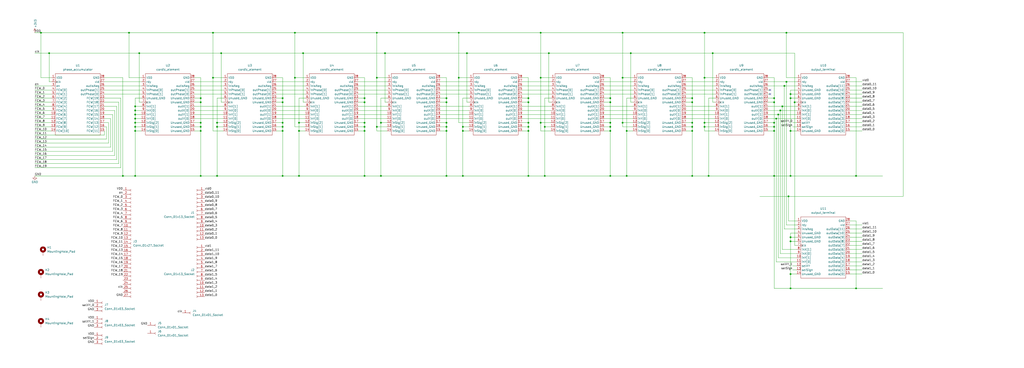
<source format=kicad_sch>
(kicad_sch (version 20250114) (generator "eeschema") (generator_version "9.0")
  (paper "User" 635 228.6)
  (lib_symbols
    (symbol "Connector:Conn_01x01_Socket" (pin_names (offset 1.016) (hide yes))
      (property "Reference" "J" (at 0 2.54 0))
      (property "Value" "Conn_01x01_Socket" (at 0 -2.54 0))
      (symbol "Conn_01x01_Socket_1_1"
        (pin passive line (at -5.08 0 0) (length 3.81) (name "Pin_1") (number "1"))
      )
    )
    (symbol "Connector:Conn_01x03_Socket" (pin_names (offset 1.016) (hide yes))
      (property "Reference" "J" (at 0 5.08 0))
      (property "Value" "Conn_01x03_Socket" (at 0 -5.08 0))
      (symbol "Conn_01x03_Socket_1_1"
        (pin passive line (at -5.08 2.54 0) (length 3.81) (name "Pin_1") (number "1"))
        (pin passive line (at -5.08 0 0) (length 3.81) (name "Pin_2") (number "2"))
        (pin passive line (at -5.08 -2.54 0) (length 3.81) (name "Pin_3") (number "3"))
      )
    )
    (symbol "Connector:Conn_01x13_Socket" (pin_names (offset 1.016) (hide yes))
      (property "Reference" "J" (at 0 17.78 0))
      (property "Value" "Conn_01x13_Socket" (at 0 -17.78 0))
      (symbol "Conn_01x13_Socket_1_1"
        (pin passive line (at -5.08 15.24 0) (length 3.81) (name "Pin_1") (number "1"))
        (pin passive line (at -5.08 12.7 0) (length 3.81) (name "Pin_2") (number "2"))
        (pin passive line (at -5.08 10.16 0) (length 3.81) (name "Pin_3") (number "3"))
        (pin passive line (at -5.08 7.62 0) (length 3.81) (name "Pin_4") (number "4"))
        (pin passive line (at -5.08 5.08 0) (length 3.81) (name "Pin_5") (number "5"))
        (pin passive line (at -5.08 2.54 0) (length 3.81) (name "Pin_6") (number "6"))
        (pin passive line (at -5.08 0 0) (length 3.81) (name "Pin_7") (number "7"))
        (pin passive line (at -5.08 -2.54 0) (length 3.81) (name "Pin_8") (number "8"))
        (pin passive line (at -5.08 -5.08 0) (length 3.81) (name "Pin_9") (number "9"))
        (pin passive line (at -5.08 -7.62 0) (length 3.81) (name "Pin_10") (number "10"))
        (pin passive line (at -5.08 -10.16 0) (length 3.81) (name "Pin_11") (number "11"))
        (pin passive line (at -5.08 -12.7 0) (length 3.81) (name "Pin_12") (number "12"))
        (pin passive line (at -5.08 -15.24 0) (length 3.81) (name "Pin_13") (number "13"))
      )
    )
    (symbol "Connector:Conn_01x27_Socket" (pin_names (offset 1.016) (hide yes))
      (property "Reference" "J" (at 0 35.56 0))
      (property "Value" "Conn_01x27_Socket" (at 0 -35.56 0))
      (symbol "Conn_01x27_Socket_1_1"
        (pin passive line (at -5.08 33.02 0) (length 3.81) (name "Pin_1") (number "1"))
        (pin passive line (at -5.08 30.48 0) (length 3.81) (name "Pin_2") (number "2"))
        (pin passive line (at -5.08 27.94 0) (length 3.81) (name "Pin_3") (number "3"))
        (pin passive line (at -5.08 25.4 0) (length 3.81) (name "Pin_4") (number "4"))
        (pin passive line (at -5.08 22.86 0) (length 3.81) (name "Pin_5") (number "5"))
        (pin passive line (at -5.08 20.32 0) (length 3.81) (name "Pin_6") (number "6"))
        (pin passive line (at -5.08 17.78 0) (length 3.81) (name "Pin_7") (number "7"))
        (pin passive line (at -5.08 15.24 0) (length 3.81) (name "Pin_8") (number "8"))
        (pin passive line (at -5.08 12.7 0) (length 3.81) (name "Pin_9") (number "9"))
        (pin passive line (at -5.08 10.16 0) (length 3.81) (name "Pin_10") (number "10"))
        (pin passive line (at -5.08 7.62 0) (length 3.81) (name "Pin_11") (number "11"))
        (pin passive line (at -5.08 5.08 0) (length 3.81) (name "Pin_12") (number "12"))
        (pin passive line (at -5.08 2.54 0) (length 3.81) (name "Pin_13") (number "13"))
        (pin passive line (at -5.08 0 0) (length 3.81) (name "Pin_14") (number "14"))
        (pin passive line (at -5.08 -2.54 0) (length 3.81) (name "Pin_15") (number "15"))
        (pin passive line (at -5.08 -5.08 0) (length 3.81) (name "Pin_16") (number "16"))
        (pin passive line (at -5.08 -7.62 0) (length 3.81) (name "Pin_17") (number "17"))
        (pin passive line (at -5.08 -10.16 0) (length 3.81) (name "Pin_18") (number "18"))
        (pin passive line (at -5.08 -12.7 0) (length 3.81) (name "Pin_19") (number "19"))
        (pin passive line (at -5.08 -15.24 0) (length 3.81) (name "Pin_20") (number "20"))
        (pin passive line (at -5.08 -17.78 0) (length 3.81) (name "Pin_21") (number "21"))
        (pin passive line (at -5.08 -20.32 0) (length 3.81) (name "Pin_22") (number "22"))
        (pin passive line (at -5.08 -22.86 0) (length 3.81) (name "Pin_23") (number "23"))
        (pin passive line (at -5.08 -25.4 0) (length 3.81) (name "Pin_24") (number "24"))
        (pin passive line (at -5.08 -27.94 0) (length 3.81) (name "Pin_25") (number "25"))
        (pin passive line (at -5.08 -30.48 0) (length 3.81) (name "Pin_26") (number "26"))
        (pin passive line (at -5.08 -33.02 0) (length 3.81) (name "Pin_27") (number "27"))
      )
    )
    (symbol "Mechanical:MountingHole_Pad" (pin_numbers (hide yes)) (pin_names (offset 1.016) (hide yes)) (in_bom no)
      (property "Reference" "H" (at 0 6.35 0))
      (property "Value" "MountingHole_Pad" (at 0 4.445 0))
      (symbol "MountingHole_Pad_1_1"
        (pin input line (at 0 -2.54 90) (length 2.54) (name "1") (number "1"))
      )
    )
    (symbol "power:+3V3" (power) (pin_names (offset 0))
      (property "Value" "+3V3" (at 0 3.556 0))
      (symbol "+3V3_1_1"
        (pin power_in line (at 0 0 90) (length 0) (hide yes) (name "+3V3") (number "1"))
      )
    )
    (symbol "power:GND" (power) (pin_names (offset 0))
      (property "Value" "GND" (at 0 -3.81 0))
      (symbol "GND_1_1"
        (pin power_in line (at 0 0 270) (length 0) (hide yes) (name "GND") (number "1"))
      )
    )
    (symbol "user_mychip25y1st_nco_sub1:NCO_Sub1"
      (property "Reference" "U" (at 0 22.86 0))
      (property "Value" "phase_accumulator" (at 0 20.32 0))
      (symbol "NCO_Sub1_1_1"
        (pin power_in line (at -16.51 16.51 0) (length 2.54) (name "VDD") (number "1"))
        (pin input clock (at -16.51 13.97 0) (length 2.54) (name "clk") (number "2"))
        (pin input line (at -16.51 11.43 0) (length 2.54) (name "en") (number "3"))
        (pin input line (at -16.51 8.89 0) (length 2.54) (name "FCW[0]") (number "4"))
        (pin input line (at -16.51 6.35 0) (length 2.54) (name "FCW[1]") (number "5"))
        (pin input line (at -16.51 3.81 0) (length 2.54) (name "FCW[2]") (number "6"))
        (pin input line (at -16.51 1.27 0) (length 2.54) (name "FCW[3]") (number "7"))
        (pin input line (at -16.51 -1.27 0) (length 2.54) (name "FCW[4]") (number "8"))
        (pin input line (at -16.51 -3.81 0) (length 2.54) (name "FCW[5]") (number "9"))
        (pin input line (at -16.51 -6.35 0) (length 2.54) (name "FCW[6]") (number "10"))
        (pin input line (at -16.51 -8.89 0) (length 2.54) (name "FCW[7]") (number "11"))
        (pin input line (at -16.51 -11.43 0) (length 2.54) (name "FCW[8]") (number "12"))
        (pin input line (at -16.51 -13.97 0) (length 2.54) (name "FCW[9]") (number "13"))
        (pin input line (at -16.51 -16.51 0) (length 2.54) (name "FCW[10]") (number "14"))
        (pin power_in line (at 16.51 16.51 180) (length 2.54) (name "GND") (number "28"))
        (pin output line (at 16.51 13.97 180) (length 2.54) (name "vld") (number "27"))
        (pin output line (at 16.51 11.43 180) (length 2.54) (name "outIsNeg") (number "26"))
        (pin output line (at 16.51 8.89 180) (length 2.54) (name "outPhase[1]") (number "25"))
        (pin output line (at 16.51 6.35 180) (length 2.54) (name "outPhase[0]") (number "24"))
        (pin input line (at 16.51 3.81 180) (length 2.54) (name "FCW[19]") (number "23"))
        (pin input line (at 16.51 1.27 180) (length 2.54) (name "FCW[18]") (number "22"))
        (pin input line (at 16.51 -1.27 180) (length 2.54) (name "FCW[17]") (number "21"))
        (pin input line (at 16.51 -3.81 180) (length 2.54) (name "FCW[16]") (number "20"))
        (pin input line (at 16.51 -6.35 180) (length 2.54) (name "FCW[15]") (number "19"))
        (pin input line (at 16.51 -8.89 180) (length 2.54) (name "FCW[14]") (number "18"))
        (pin input line (at 16.51 -11.43 180) (length 2.54) (name "FCW[13]") (number "17"))
        (pin input line (at 16.51 -13.97 180) (length 2.54) (name "FCW[12]") (number "16"))
        (pin input line (at 16.51 -16.51 180) (length 2.54) (name "FCW[11]") (number "15"))
      )
    )
    (symbol "user_mychip25y1st_nco_sub2:NCO_Sub2"
      (property "Reference" "U" (at 0 21.59 0))
      (property "Value" "cordic_element" (at 0 19.05 0))
      (symbol "NCO_Sub2_1_1"
        (pin power_in line (at -16.51 15.24 0) (length 2.54) (name "VDD") (number "1"))
        (pin input line (at -16.51 12.7 0) (length 2.54) (name "rdy") (number "2"))
        (pin input line (at -16.51 10.16 0) (length 2.54) (name "inIsNeg") (number "3"))
        (pin input line (at -16.51 7.62 0) (length 2.54) (name "inPhase[0]") (number "4"))
        (pin input line (at -16.51 5.08 0) (length 2.54) (name "inPhase[1]") (number "5"))
        (pin input line (at -16.51 2.54 0) (length 2.54) (name "Unused_GND") (number "6"))
        (pin input clock (at -16.51 0 0) (length 2.54) (name "clk") (number "7"))
        (pin input line (at -16.51 -2.54 0) (length 2.54) (name "inX[1]") (number "8"))
        (pin input line (at -16.51 -5.08 0) (length 2.54) (name "inX[0]") (number "9"))
        (pin input line (at -16.51 -7.62 0) (length 2.54) (name "inY[1]") (number "10"))
        (pin input line (at -16.51 -10.16 0) (length 2.54) (name "inY[0]") (number "11"))
        (pin input line (at -16.51 -12.7 0) (length 2.54) (name "inStg[2]") (number "12"))
        (pin input line (at -16.51 -15.24 0) (length 2.54) (name "inStg[1]") (number "13"))
        (pin input line (at -16.51 -17.78 0) (length 2.54) (name "inStg[0]") (number "14"))
        (pin power_in line (at 16.51 15.24 180) (length 2.54) (name "GND") (number "28"))
        (pin output line (at 16.51 12.7 180) (length 2.54) (name "vld") (number "27"))
        (pin output line (at 16.51 10.16 180) (length 2.54) (name "outIsNeg") (number "26"))
        (pin output line (at 16.51 7.62 180) (length 2.54) (name "outPhase[1]") (number "25"))
        (pin output line (at 16.51 5.08 180) (length 2.54) (name "outPhase[0]") (number "24"))
        (pin input line (at 16.51 2.54 180) (length 2.54) (name "Unused_GND") (number "23"))
        (pin input line (at 16.51 0 180) (length 2.54) (name "Unused_GND") (number "22"))
        (pin output line (at 16.51 -2.54 180) (length 2.54) (name "outX[1]") (number "21"))
        (pin output line (at 16.51 -5.08 180) (length 2.54) (name "outX[0]") (number "20"))
        (pin output line (at 16.51 -7.62 180) (length 2.54) (name "outY[1]") (number "19"))
        (pin output line (at 16.51 -10.16 180) (length 2.54) (name "outY[0]") (number "18"))
        (pin input line (at 16.51 -12.7 180) (length 2.54) (name "Unused_GND") (number "17"))
        (pin input line (at 16.51 -15.24 180) (length 2.54) (name "Unused_GND") (number "16"))
        (pin input line (at 16.51 -17.78 180) (length 2.54) (name "Unused_GND") (number "15"))
      )
    )
    (symbol "user_mychip25y1st_nco_sub3:NCO_Sub3"
      (property "Reference" "U" (at 0 21.59 0))
      (property "Value" "output_terminal" (at 0 19.05 0))
      (symbol "NCO_Sub3_1_1"
        (pin power_in line (at -16.51 15.24 0) (length 2.54) (name "VDD") (number "1"))
        (pin input line (at -16.51 12.7 0) (length 2.54) (name "rdy") (number "2"))
        (pin input line (at -16.51 10.16 0) (length 2.54) (name "inIsNeg") (number "3"))
        (pin input line (at -16.51 7.62 0) (length 2.54) (name "Unused_GND") (number "4"))
        (pin input line (at -16.51 5.08 0) (length 2.54) (name "Unused_GND") (number "5"))
        (pin input line (at -16.51 2.54 0) (length 2.54) (name "Unused_GND") (number "6"))
        (pin input clock (at -16.51 0 0) (length 2.54) (name "clk") (number "7"))
        (pin input line (at -16.51 -2.54 0) (length 2.54) (name "inX[1]") (number "8"))
        (pin input line (at -16.51 -5.08 0) (length 2.54) (name "inX[0]") (number "9"))
        (pin input line (at -16.51 -7.62 0) (length 2.54) (name "inY[1]") (number "10"))
        (pin input line (at -16.51 -10.16 0) (length 2.54) (name "inY[0]") (number "11"))
        (pin input line (at -16.51 -12.7 0) (length 2.54) (name "selXY") (number "12"))
        (pin input line (at -16.51 -15.24 0) (length 2.54) (name "selSign") (number "13"))
        (pin input line (at -16.51 -17.78 0) (length 2.54) (name "Unused_GND") (number "14"))
        (pin power_in line (at 16.51 15.24 180) (length 2.54) (name "GND") (number "28"))
        (pin output line (at 16.51 12.7 180) (length 2.54) (name "vld") (number "27"))
        (pin output line (at 16.51 10.16 180) (length 2.54) (name "outData[11]") (number "26"))
        (pin output line (at 16.51 7.62 180) (length 2.54) (name "outData[10]") (number "25"))
        (pin output line (at 16.51 5.08 180) (length 2.54) (name "outData[9]") (number "24"))
        (pin output line (at 16.51 2.54 180) (length 2.54) (name "outData[8]") (number "23"))
        (pin output line (at 16.51 0 180) (length 2.54) (name "outData[7]") (number "22"))
        (pin output line (at 16.51 -2.54 180) (length 2.54) (name "outData[6]") (number "21"))
        (pin output line (at 16.51 -5.08 180) (length 2.54) (name "outData[5]") (number "20"))
        (pin output line (at 16.51 -7.62 180) (length 2.54) (name "outData[4]") (number "19"))
        (pin output line (at 16.51 -10.16 180) (length 2.54) (name "outData[3]") (number "18"))
        (pin output line (at 16.51 -12.7 180) (length 2.54) (name "outData[2]") (number "17"))
        (pin output line (at 16.51 -15.24 180) (length 2.54) (name "outData[1]") (number "16"))
        (pin output line (at 16.51 -17.78 180) (length 2.54) (name "outData[0]") (number "15"))
      )
    )
  )
  (junction (at 287.02 78.74))
  (junction (at 490.22 170.18))
  (junction (at 386.08 76.2))
  (junction (at 480.06 76.2))
  (junction (at 337.82 78.74))
  (junction (at 226.06 78.74))
  (junction (at 436.88 48.26))
  (junction (at 124.46 76.2))
  (junction (at 388.62 81.28))
  (junction (at 429.26 76.2))
  (junction (at 429.26 81.28))
  (junction (at 134.62 76.2))
  (junction (at 429.26 109.22))
  (junction (at 276.86 76.2))
  (junction (at 276.86 63.5))
  (junction (at 236.22 109.22))
  (junction (at 83.82 71.12))
  (junction (at 226.06 81.28))
  (junction (at 236.22 76.2))
  (junction (at 30.48 33.02))
  (junction (at 83.82 109.22))
  (junction (at 276.86 60.96))
  (junction (at 132.08 20.32))
  (junction (at 175.26 60.96))
  (junction (at 378.46 78.74))
  (junction (at 80.01 20.32))
  (junction (at 276.86 109.22))
  (junction (at 86.36 33.02))
  (junction (at 175.26 78.74))
  (junction (at 226.06 76.2))
  (junction (at 429.26 60.96))
  (junction (at 490.22 60.96))
  (junction (at 327.66 81.28))
  (junction (at 137.16 33.02))
  (junction (at 327.66 60.96))
  (junction (at 386.08 20.32))
  (junction (at 134.62 78.74))
  (junction (at 340.36 33.02))
  (junction (at 182.88 48.26))
  (junction (at 284.48 48.26))
  (junction (at 436.88 76.2))
  (junction (at 429.26 78.74))
  (junction (at 25.4 20.32))
  (junction (at 391.16 33.02))
  (junction (at 124.46 109.22))
  (junction (at 337.82 109.22))
  (junction (at 83.82 81.28))
  (junction (at 480.06 63.5))
  (junction (at 388.62 109.22))
  (junction (at 83.82 78.74))
  (junction (at 441.96 33.02))
  (junction (at 429.26 63.5))
  (junction (at 492.76 63.5))
  (junction (at 386.08 48.26))
  (junction (at 287.02 109.22))
  (junction (at 226.06 109.22))
  (junction (at 124.46 78.74))
  (junction (at 185.42 76.2))
  (junction (at 233.68 48.26))
  (junction (at 233.68 20.32))
  (junction (at 487.68 20.32))
  (junction (at 124.46 63.5))
  (junction (at 185.42 109.22))
  (junction (at 182.88 20.32))
  (junction (at 436.88 20.32))
  (junction (at 480.06 60.96))
  (junction (at 480.06 78.74))
  (junction (at 486.41 53.34))
  (junction (at 530.86 179.07))
  (junction (at 124.46 81.28))
  (junction (at 490.22 179.07))
  (junction (at 226.06 60.96))
  (junction (at 284.48 20.32))
  (junction (at 327.66 63.5))
  (junction (at 490.22 58.42))
  (junction (at 378.46 76.2))
  (junction (at 378.46 63.5))
  (junction (at 289.56 33.02))
  (junction (at 175.26 76.2))
  (junction (at 83.82 66.04))
  (junction (at 226.06 63.5))
  (junction (at 335.28 76.2))
  (junction (at 378.46 109.22))
  (junction (at 175.26 109.22))
  (junction (at 436.88 78.74))
  (junction (at 487.68 50.8))
  (junction (at 185.42 81.28))
  (junction (at 482.6 71.12))
  (junction (at 335.28 48.26))
  (junction (at 378.46 81.28))
  (junction (at 276.86 81.28))
  (junction (at 488.95 121.92))
  (junction (at 132.08 48.26))
  (junction (at 480.06 81.28))
  (junction (at 175.26 63.5))
  (junction (at 530.86 109.22))
  (junction (at 175.26 81.28))
  (junction (at 76.2 109.22))
  (junction (at 480.06 109.22))
  (junction (at 335.28 20.32))
  (junction (at 490.22 81.28))
  (junction (at 327.66 78.74))
  (junction (at 124.46 60.96))
  (junction (at 483.87 68.58))
  (junction (at 233.68 78.74))
  (junction (at 83.82 68.58))
  (junction (at 327.66 76.2))
  (junction (at 83.82 76.2))
  (junction (at 485.14 66.04))
  (junction (at 187.96 33.02))
  (junction (at 287.02 81.28))
  (junction (at 83.82 73.66))
  (junction (at 490.22 109.22))
  (junction (at 481.33 73.66))
  (junction (at 276.86 78.74))
  (junction (at 134.62 109.22))
  (junction (at 238.76 33.02))
  (junction (at 439.42 109.22))
  (junction (at 490.22 149.86))
  (junction (at 490.22 147.32))
  (junction (at 327.66 109.22))
  (junction (at 378.46 60.96))
  (no_connect (at 477.52 55.88))
  (no_connect (at 477.52 58.42))
  (wire (pts (xy 386.08 48.26) (xy 386.08 20.32)))
  (wire (pts (xy 86.36 33.02) (xy 137.16 33.02)))
  (wire (pts (xy 226.06 63.5) (xy 226.06 76.2)))
  (wire (pts (xy 335.28 48.26) (xy 335.28 76.2)))
  (wire (pts (xy 273.05 68.58) (xy 290.83 68.58)))
  (wire (pts (xy 425.45 66.04) (xy 443.23 66.04)))
  (wire (pts (xy 222.25 55.88) (xy 240.03 55.88)))
  (wire (pts (xy 429.26 76.2) (xy 429.26 78.74)))
  (wire (pts (xy 481.33 73.66) (xy 494.03 73.66)))
  (wire (pts (xy 374.65 48.26) (xy 378.46 48.26)))
  (wire (pts (xy 67.31 76.2) (xy 64.77 76.2)))
  (wire (pts (xy 441.96 63.5) (xy 443.23 63.5)))
  (wire (pts (xy 287.02 60.96) (xy 287.02 78.74)))
  (wire (pts (xy 436.88 78.74) (xy 443.23 78.74)))
  (wire (pts (xy 83.82 73.66) (xy 83.82 76.2)))
  (wire (pts (xy 21.59 81.28) (xy 31.75 81.28)))
  (wire (pts (xy 527.05 137.16) (xy 530.86 137.16)))
  (wire (pts (xy 527.05 76.2) (xy 534.67 76.2)))
  (wire (pts (xy 171.45 58.42) (xy 189.23 58.42)))
  (wire (pts (xy 378.46 48.26) (xy 378.46 60.96)))
  (wire (pts (xy 341.63 81.28) (xy 335.28 81.28)))
  (wire (pts (xy 273.05 50.8) (xy 290.83 50.8)))
  (wire (pts (xy 83.82 60.96) (xy 83.82 66.04)))
  (wire (pts (xy 226.06 60.96) (xy 226.06 63.5)))
  (wire (pts (xy 490.22 147.32) (xy 490.22 149.86)))
  (wire (pts (xy 134.62 78.74) (xy 138.43 78.74)))
  (wire (pts (xy 340.36 63.5) (xy 340.36 33.02)))
  (wire (pts (xy 287.02 81.28) (xy 287.02 109.22)))
  (wire (pts (xy 480.06 60.96) (xy 480.06 63.5)))
  (wire (pts (xy 491.49 78.74) (xy 494.03 78.74)))
  (wire (pts (xy 187.96 63.5) (xy 187.96 33.02)))
  (wire (pts (xy 494.03 139.7) (xy 487.68 139.7)))
  (wire (pts (xy 441.96 33.02) (xy 492.76 33.02)))
  (wire (pts (xy 233.68 48.26) (xy 233.68 20.32)))
  (wire (pts (xy 175.26 78.74) (xy 175.26 81.28)))
  (wire (pts (xy 386.08 76.2) (xy 392.43 76.2)))
  (wire (pts (xy 527.05 53.34) (xy 534.67 53.34)))
  (wire (pts (xy 171.45 71.12) (xy 189.23 71.12)))
  (wire (pts (xy 21.59 96.52) (xy 71.12 96.52)))
  (wire (pts (xy 87.63 76.2) (xy 83.82 76.2)))
  (wire (pts (xy 137.16 33.02) (xy 187.96 33.02)))
  (wire (pts (xy 83.82 76.2) (xy 83.82 78.74)))
  (wire (pts (xy 290.83 60.96) (xy 287.02 60.96)))
  (wire (pts (xy 530.86 48.26) (xy 530.86 109.22)))
  (wire (pts (xy 171.45 48.26) (xy 175.26 48.26)))
  (wire (pts (xy 527.05 157.48) (xy 534.67 157.48)))
  (wire (pts (xy 137.16 63.5) (xy 137.16 33.02)))
  (wire (pts (xy 120.65 50.8) (xy 138.43 50.8)))
  (wire (pts (xy 490.22 109.22) (xy 530.86 109.22)))
  (wire (pts (xy 323.85 55.88) (xy 341.63 55.88)))
  (wire (pts (xy 340.36 63.5) (xy 341.63 63.5)))
  (wire (pts (xy 490.22 144.78) (xy 490.22 147.32)))
  (wire (pts (xy 425.45 71.12) (xy 443.23 71.12)))
  (wire (pts (xy 527.05 55.88) (xy 534.67 55.88)))
  (wire (pts (xy 273.05 63.5) (xy 276.86 63.5)))
  (wire (pts (xy 391.16 33.02) (xy 441.96 33.02)))
  (wire (pts (xy 436.88 48.26) (xy 436.88 20.32)))
  (wire (pts (xy 486.41 53.34) (xy 494.03 53.34)))
  (wire (pts (xy 273.05 53.34) (xy 290.83 53.34)))
  (wire (pts (xy 494.03 144.78) (xy 490.22 144.78)))
  (wire (pts (xy 327.66 60.96) (xy 327.66 63.5)))
  (wire (pts (xy 527.05 152.4) (xy 534.67 152.4)))
  (wire (pts (xy 21.59 104.14) (xy 74.93 104.14)))
  (wire (pts (xy 72.39 66.04) (xy 72.39 99.06)))
  (wire (pts (xy 378.46 60.96) (xy 378.46 63.5)))
  (wire (pts (xy 83.82 71.12) (xy 83.82 73.66)))
  (wire (pts (xy 527.05 73.66) (xy 534.67 73.66)))
  (wire (pts (xy 83.82 78.74) (xy 87.63 78.74)))
  (wire (pts (xy 527.05 63.5) (xy 534.67 63.5)))
  (wire (pts (xy 323.85 50.8) (xy 341.63 50.8)))
  (wire (pts (xy 494.03 160.02) (xy 482.6 160.02)))
  (wire (pts (xy 30.48 33.02) (xy 86.36 33.02)))
  (wire (pts (xy 490.22 60.96) (xy 490.22 81.28)))
  (wire (pts (xy 487.68 48.26) (xy 487.68 20.32)))
  (wire (pts (xy 490.22 55.88) (xy 490.22 58.42)))
  (wire (pts (xy 236.22 76.2) (xy 236.22 109.22)))
  (wire (pts (xy 64.77 66.04) (xy 72.39 66.04)))
  (wire (pts (xy 21.59 71.12) (xy 31.75 71.12)))
  (wire (pts (xy 425.45 60.96) (xy 429.26 60.96)))
  (wire (pts (xy 30.48 50.8) (xy 31.75 50.8)))
  (wire (pts (xy 527.05 139.7) (xy 534.67 139.7)))
  (wire (pts (xy 436.88 76.2) (xy 436.88 48.26)))
  (wire (pts (xy 290.83 48.26) (xy 284.48 48.26)))
  (wire (pts (xy 476.25 53.34) (xy 486.41 53.34)))
  (wire (pts (xy 25.4 48.26) (xy 25.4 20.32)))
  (wire (pts (xy 71.12 68.58) (xy 71.12 96.52)))
  (wire (pts (xy 483.87 68.58) (xy 483.87 157.48)))
  (wire (pts (xy 134.62 60.96) (xy 134.62 76.2)))
  (wire (pts (xy 476.25 60.96) (xy 480.06 60.96)))
  (wire (pts (xy 222.25 71.12) (xy 240.03 71.12)))
  (wire (pts (xy 134.62 78.74) (xy 134.62 109.22)))
  (wire (pts (xy 120.65 48.26) (xy 124.46 48.26)))
  (wire (pts (xy 487.68 50.8) (xy 494.03 50.8)))
  (wire (pts (xy 21.59 66.04) (xy 31.75 66.04)))
  (wire (pts (xy 69.85 71.12) (xy 69.85 93.98)))
  (wire (pts (xy 289.56 33.02) (xy 340.36 33.02)))
  (wire (pts (xy 527.05 160.02) (xy 534.67 160.02)))
  (wire (pts (xy 171.45 63.5) (xy 175.26 63.5)))
  (wire (pts (xy 485.14 66.04) (xy 485.14 154.94)))
  (wire (pts (xy 222.25 48.26) (xy 226.06 48.26)))
  (wire (pts (xy 64.77 63.5) (xy 73.66 63.5)))
  (wire (pts (xy 64.77 58.42) (xy 87.63 58.42)))
  (wire (pts (xy 560.07 121.92) (xy 560.07 20.32)))
  (wire (pts (xy 476.25 73.66) (xy 481.33 73.66)))
  (wire (pts (xy 222.25 76.2) (xy 226.06 76.2)))
  (wire (pts (xy 527.05 154.94) (xy 534.67 154.94)))
  (wire (pts (xy 327.66 78.74) (xy 327.66 81.28)))
  (wire (pts (xy 527.05 162.56) (xy 534.67 162.56)))
  (wire (pts (xy 138.43 60.96) (xy 134.62 60.96)))
  (wire (pts (xy 443.23 60.96) (xy 439.42 60.96)))
  (wire (pts (xy 425.45 68.58) (xy 443.23 68.58)))
  (wire (pts (xy 238.76 63.5) (xy 240.03 63.5)))
  (wire (pts (xy 138.43 48.26) (xy 132.08 48.26)))
  (wire (pts (xy 323.85 68.58) (xy 341.63 68.58)))
  (wire (pts (xy 340.36 33.02) (xy 391.16 33.02)))
  (wire (pts (xy 87.63 60.96) (xy 83.82 60.96)))
  (wire (pts (xy 436.88 78.74) (xy 436.88 76.2)))
  (wire (pts (xy 425.45 48.26) (xy 429.26 48.26)))
  (wire (pts (xy 436.88 81.28) (xy 436.88 78.74)))
  (wire (pts (xy 175.26 109.22) (xy 185.42 109.22)))
  (wire (pts (xy 185.42 60.96) (xy 185.42 76.2)))
  (wire (pts (xy 527.05 142.24) (xy 534.67 142.24)))
  (wire (pts (xy 185.42 81.28) (xy 189.23 81.28)))
  (wire (pts (xy 137.16 63.5) (xy 138.43 63.5)))
  (wire (pts (xy 171.45 66.04) (xy 189.23 66.04)))
  (wire (pts (xy 487.68 20.32) (xy 560.07 20.32)))
  (wire (pts (xy 182.88 48.26) (xy 182.88 20.32)))
  (wire (pts (xy 425.45 76.2) (xy 429.26 76.2)))
  (wire (pts (xy 240.03 60.96) (xy 236.22 60.96)))
  (wire (pts (xy 490.22 149.86) (xy 490.22 170.18)))
  (wire (pts (xy 64.77 50.8) (xy 87.63 50.8)))
  (wire (pts (xy 425.45 73.66) (xy 443.23 73.66)))
  (wire (pts (xy 335.28 76.2) (xy 335.28 81.28)))
  (wire (pts (xy 273.05 81.28) (xy 276.86 81.28)))
  (wire (pts (xy 530.86 109.22) (xy 547.37 109.22)))
  (wire (pts (xy 323.85 48.26) (xy 327.66 48.26)))
  (wire (pts (xy 374.65 81.28) (xy 378.46 81.28)))
  (wire (pts (xy 273.05 78.74) (xy 276.86 78.74)))
  (wire (pts (xy 527.05 81.28) (xy 534.67 81.28)))
  (wire (pts (xy 494.03 142.24) (xy 486.41 142.24)))
  (wire (pts (xy 226.06 81.28) (xy 226.06 109.22)))
  (wire (pts (xy 222.25 63.5) (xy 226.06 63.5)))
  (wire (pts (xy 120.65 53.34) (xy 138.43 53.34)))
  (wire (pts (xy 134.62 76.2) (xy 134.62 78.74)))
  (wire (pts (xy 240.03 81.28) (xy 233.68 81.28)))
  (wire (pts (xy 378.46 76.2) (xy 378.46 78.74)))
  (wire (pts (xy 222.25 60.96) (xy 226.06 60.96)))
  (wire (pts (xy 64.77 60.96) (xy 74.93 60.96)))
  (wire (pts (xy 120.65 63.5) (xy 124.46 63.5)))
  (wire (pts (xy 374.65 60.96) (xy 378.46 60.96)))
  (wire (pts (xy 83.82 78.74) (xy 83.82 81.28)))
  (wire (pts (xy 494.03 48.26) (xy 487.68 48.26)))
  (wire (pts (xy 429.26 60.96) (xy 429.26 63.5)))
  (wire (pts (xy 287.02 109.22) (xy 327.66 109.22)))
  (wire (pts (xy 21.59 86.36) (xy 66.04 86.36)))
  (wire (pts (xy 21.59 101.6) (xy 73.66 101.6)))
  (wire (pts (xy 222.25 58.42) (xy 240.03 58.42)))
  (wire (pts (xy 276.86 81.28) (xy 276.86 109.22)))
  (wire (pts (xy 76.2 109.22) (xy 83.82 109.22)))
  (wire (pts (xy 287.02 78.74) (xy 287.02 81.28)))
  (wire (pts (xy 175.26 63.5) (xy 175.26 76.2)))
  (wire (pts (xy 21.59 88.9) (xy 67.31 88.9)))
  (wire (pts (xy 386.08 20.32) (xy 436.88 20.32)))
  (wire (pts (xy 494.03 137.16) (xy 488.95 137.16)))
  (wire (pts (xy 284.48 48.26) (xy 284.48 20.32)))
  (wire (pts (xy 120.65 71.12) (xy 138.43 71.12)))
  (wire (pts (xy 21.59 63.5) (xy 31.75 63.5)))
  (wire (pts (xy 527.05 167.64) (xy 534.67 167.64)))
  (wire (pts (xy 481.33 162.56) (xy 494.03 162.56)))
  (wire (pts (xy 120.65 81.28) (xy 124.46 81.28)))
  (wire (pts (xy 64.77 73.66) (xy 68.58 73.66)))
  (wire (pts (xy 480.06 179.07) (xy 490.22 179.07)))
  (wire (pts (xy 494.03 149.86) (xy 490.22 149.86)))
  (wire (pts (xy 124.46 76.2) (xy 124.46 78.74)))
  (wire (pts (xy 273.05 58.42) (xy 290.83 58.42)))
  (wire (pts (xy 337.82 109.22) (xy 378.46 109.22)))
  (wire (pts (xy 392.43 78.74) (xy 386.08 78.74)))
  (wire (pts (xy 175.26 60.96) (xy 175.26 63.5)))
  (wire (pts (xy 323.85 66.04) (xy 341.63 66.04)))
  (wire (pts (xy 476.25 63.5) (xy 480.06 63.5)))
  (wire (pts (xy 374.65 71.12) (xy 392.43 71.12)))
  (wire (pts (xy 171.45 53.34) (xy 189.23 53.34)))
  (wire (pts (xy 226.06 78.74) (xy 226.06 81.28)))
  (wire (pts (xy 425.45 58.42) (xy 443.23 58.42)))
  (wire (pts (xy 66.04 78.74) (xy 66.04 86.36)))
  (wire (pts (xy 391.16 63.5) (xy 392.43 63.5)))
  (wire (pts (xy 388.62 81.28) (xy 392.43 81.28)))
  (wire (pts (xy 134.62 76.2) (xy 138.43 76.2)))
  (wire (pts (xy 171.45 81.28) (xy 175.26 81.28)))
  (wire (pts (xy 481.33 73.66) (xy 481.33 162.56)))
  (wire (pts (xy 527.05 68.58) (xy 534.67 68.58)))
  (wire (pts (xy 492.76 63.5) (xy 492.76 152.4)))
  (wire (pts (xy 480.06 81.28) (xy 480.06 109.22)))
  (wire (pts (xy 374.65 78.74) (xy 378.46 78.74)))
  (wire (pts (xy 120.65 58.42) (xy 138.43 58.42)))
  (wire (pts (xy 327.66 48.26) (xy 327.66 60.96)))
  (wire (pts (xy 284.48 76.2) (xy 284.48 48.26)))
  (wire (pts (xy 323.85 81.28) (xy 327.66 81.28)))
  (wire (pts (xy 276.86 63.5) (xy 276.86 76.2)))
  (wire (pts (xy 120.65 68.58) (xy 138.43 68.58)))
  (wire (pts (xy 83.82 66.04) (xy 83.82 68.58)))
  (wire (pts (xy 335.28 76.2) (xy 341.63 76.2)))
  (wire (pts (xy 425.45 78.74) (xy 429.26 78.74)))
  (wire (pts (xy 187.96 63.5) (xy 189.23 63.5)))
  (wire (pts (xy 494.03 55.88) (xy 490.22 55.88)))
  (wire (pts (xy 341.63 48.26) (xy 335.28 48.26)))
  (wire (pts (xy 64.77 55.88) (xy 87.63 55.88)))
  (wire (pts (xy 21.59 33.02) (xy 30.48 33.02)))
  (wire (pts (xy 21.59 60.96) (xy 31.75 60.96)))
  (wire (pts (xy 476.25 78.74) (xy 480.06 78.74)))
  (wire (pts (xy 132.08 48.26) (xy 132.08 20.32)))
  (wire (pts (xy 436.88 20.32) (xy 487.68 20.32)))
  (wire (pts (xy 171.45 68.58) (xy 189.23 68.58)))
  (wire (pts (xy 374.65 58.42) (xy 392.43 58.42)))
  (wire (pts (xy 335.28 20.32) (xy 386.08 20.32)))
  (wire (pts (xy 488.95 137.16) (xy 488.95 121.92)))
  (wire (pts (xy 476.25 71.12) (xy 482.6 71.12)))
  (wire (pts (xy 124.46 81.28) (xy 124.46 109.22)))
  (wire (pts (xy 494.03 60.96) (xy 490.22 60.96)))
  (wire (pts (xy 171.45 78.74) (xy 175.26 78.74)))
  (wire (pts (xy 30.48 50.8) (xy 30.48 33.02)))
  (wire (pts (xy 374.65 76.2) (xy 378.46 76.2)))
  (wire (pts (xy 527.05 78.74) (xy 534.67 78.74)))
  (wire (pts (xy 527.05 50.8) (xy 534.67 50.8)))
  (wire (pts (xy 425.45 50.8) (xy 443.23 50.8)))
  (wire (pts (xy 425.45 55.88) (xy 443.23 55.88)))
  (wire (pts (xy 21.59 99.06) (xy 72.39 99.06)))
  (wire (pts (xy 276.86 60.96) (xy 276.86 63.5)))
  (wire (pts (xy 378.46 81.28) (xy 378.46 109.22)))
  (wire (pts (xy 287.02 78.74) (xy 290.83 78.74)))
  (wire (pts (xy 124.46 109.22) (xy 134.62 109.22)))
  (wire (pts (xy 480.06 63.5) (xy 480.06 76.2)))
  (wire (pts (xy 236.22 60.96) (xy 236.22 76.2)))
  (wire (pts (xy 337.82 60.96) (xy 337.82 78.74)))
  (wire (pts (xy 527.05 71.12) (xy 534.67 71.12)))
  (wire (pts (xy 323.85 78.74) (xy 327.66 78.74)))
  (wire (pts (xy 21.59 109.22) (xy 76.2 109.22)))
  (wire (pts (xy 132.08 20.32) (xy 182.88 20.32)))
  (wire (pts (xy 175.26 81.28) (xy 175.26 109.22)))
  (wire (pts (xy 388.62 81.28) (xy 388.62 109.22)))
  (wire (pts (xy 388.62 60.96) (xy 388.62 81.28)))
  (wire (pts (xy 21.59 20.32) (xy 25.4 20.32)))
  (wire (pts (xy 530.86 179.07) (xy 547.37 179.07)))
  (wire (pts (xy 222.25 53.34) (xy 240.03 53.34)))
  (wire (pts (xy 386.08 78.74) (xy 386.08 76.2)))
  (wire (pts (xy 425.45 81.28) (xy 429.26 81.28)))
  (wire (pts (xy 471.17 121.92) (xy 488.95 121.92)))
  (wire (pts (xy 185.42 76.2) (xy 185.42 81.28)))
  (wire (pts (xy 378.46 109.22) (xy 388.62 109.22)))
  (wire (pts (xy 374.65 66.04) (xy 392.43 66.04)))
  (wire (pts (xy 425.45 53.34) (xy 443.23 53.34)))
  (wire (pts (xy 425.45 63.5) (xy 429.26 63.5)))
  (wire (pts (xy 124.46 48.26) (xy 124.46 60.96)))
  (wire (pts (xy 124.46 60.96) (xy 124.46 63.5)))
  (wire (pts (xy 439.42 109.22) (xy 480.06 109.22)))
  (wire (pts (xy 120.65 66.04) (xy 138.43 66.04)))
  (wire (pts (xy 233.68 78.74) (xy 240.03 78.74)))
  (wire (pts (xy 236.22 76.2) (xy 240.03 76.2)))
  (wire (pts (xy 323.85 76.2) (xy 327.66 76.2)))
  (wire (pts (xy 477.52 58.42) (xy 476.25 58.42)))
  (wire (pts (xy 476.25 76.2) (xy 480.06 76.2)))
  (wire (pts (xy 276.86 76.2) (xy 276.86 78.74)))
  (wire (pts (xy 323.85 71.12) (xy 341.63 71.12)))
  (wire (pts (xy 175.26 48.26) (xy 175.26 60.96)))
  (wire (pts (xy 482.6 71.12) (xy 494.03 71.12)))
  (wire (pts (xy 290.83 76.2) (xy 284.48 76.2)))
  (wire (pts (xy 429.26 81.28) (xy 429.26 109.22)))
  (wire (pts (xy 120.65 55.88) (xy 138.43 55.88)))
  (wire (pts (xy 236.22 109.22) (xy 276.86 109.22)))
  (wire (pts (xy 175.26 76.2) (xy 175.26 78.74)))
  (wire (pts (xy 289.56 63.5) (xy 290.83 63.5)))
  (wire (pts (xy 222.25 78.74) (xy 226.06 78.74)))
  (wire (pts (xy 185.42 109.22) (xy 226.06 109.22)))
  (wire (pts (xy 273.05 55.88) (xy 290.83 55.88)))
  (wire (pts (xy 222.25 68.58) (xy 240.03 68.58)))
  (wire (pts (xy 226.06 48.26) (xy 226.06 60.96)))
  (wire (pts (xy 222.25 50.8) (xy 240.03 50.8)))
  (wire (pts (xy 273.05 71.12) (xy 290.83 71.12)))
  (wire (pts (xy 171.45 55.88) (xy 189.23 55.88)))
  (wire (pts (xy 124.46 78.74) (xy 124.46 81.28)))
  (wire (pts (xy 73.66 63.5) (xy 73.66 101.6)))
  (wire (pts (xy 222.25 81.28) (xy 226.06 81.28)))
  (wire (pts (xy 494.03 152.4) (xy 492.76 152.4)))
  (wire (pts (xy 443.23 48.26) (xy 436.88 48.26)))
  (wire (pts (xy 490.22 147.32) (xy 494.03 147.32)))
  (wire (pts (xy 491.49 165.1) (xy 494.03 165.1)))
  (wire (pts (xy 527.05 149.86) (xy 534.67 149.86)))
  (wire (pts (xy 429.26 48.26) (xy 429.26 60.96)))
  (wire (pts (xy 76.2 48.26) (xy 76.2 109.22)))
  (wire (pts (xy 485.14 66.04) (xy 494.03 66.04)))
  (wire (pts (xy 490.22 58.42) (xy 494.03 58.42)))
  (wire (pts (xy 323.85 60.96) (xy 327.66 60.96)))
  (wire (pts (xy 488.95 121.92) (xy 560.07 121.92)))
  (wire (pts (xy 185.42 76.2) (xy 189.23 76.2)))
  (wire (pts (xy 527.05 170.18) (xy 534.67 170.18)))
  (wire (pts (xy 80.01 48.26) (xy 80.01 20.32)))
  (wire (pts (xy 276.86 78.74) (xy 276.86 81.28)))
  (wire (pts (xy 171.45 50.8) (xy 189.23 50.8)))
  (wire (pts (xy 480.06 78.74) (xy 480.06 81.28)))
  (wire (pts (xy 273.05 73.66) (xy 290.83 73.66)))
  (wire (pts (xy 490.22 170.18) (xy 490.22 179.07)))
  (wire (pts (xy 527.05 144.78) (xy 534.67 144.78)))
  (wire (pts (xy 392.43 60.96) (xy 388.62 60.96)))
  (wire (pts (xy 68.58 73.66) (xy 68.58 91.44)))
  (wire (pts (xy 171.45 60.96) (xy 175.26 60.96)))
  (wire (pts (xy 226.06 76.2) (xy 226.06 78.74)))
  (wire (pts (xy 83.82 71.12) (xy 87.63 71.12)))
  (wire (pts (xy 21.59 73.66) (xy 31.75 73.66)))
  (wire (pts (xy 222.25 73.66) (xy 240.03 73.66)))
  (wire (pts (xy 64.77 48.26) (xy 76.2 48.26)))
  (wire (pts (xy 87.63 48.26) (xy 80.01 48.26)))
  (wire (pts (xy 483.87 157.48) (xy 494.03 157.48)))
  (wire (pts (xy 83.82 66.04) (xy 87.63 66.04)))
  (wire (pts (xy 323.85 53.34) (xy 341.63 53.34)))
  (wire (pts (xy 124.46 63.5) (xy 124.46 76.2)))
  (wire (pts (xy 21.59 76.2) (xy 31.75 76.2)))
  (wire (pts (xy 21.59 53.34) (xy 31.75 53.34)))
  (wire (pts (xy 491.49 76.2) (xy 494.03 76.2)))
  (wire (pts (xy 476.25 81.28) (xy 480.06 81.28)))
  (wire (pts (xy 476.25 50.8) (xy 487.68 50.8)))
  (wire (pts (xy 487.68 139.7) (xy 487.68 50.8)))
  (wire (pts (xy 492.76 33.02) (xy 492.76 63.5)))
  (wire (pts (xy 527.05 58.42) (xy 534.67 58.42)))
  (wire (pts (xy 134.62 109.22) (xy 175.26 109.22)))
  (wire (pts (xy 226.06 109.22) (xy 236.22 109.22)))
  (wire (pts (xy 284.48 20.32) (xy 335.28 20.32)))
  (wire (pts (xy 83.82 73.66) (xy 87.63 73.66)))
  (wire (pts (xy 476.25 66.04) (xy 485.14 66.04)))
  (wire (pts (xy 527.05 147.32) (xy 534.67 147.32)))
  (wire (pts (xy 436.88 76.2) (xy 443.23 76.2)))
  (wire (pts (xy 386.08 76.2) (xy 386.08 48.26)))
  (wire (pts (xy 21.59 58.42) (xy 31.75 58.42)))
  (wire (pts (xy 83.82 81.28) (xy 87.63 81.28)))
  (wire (pts (xy 185.42 81.28) (xy 185.42 109.22)))
  (wire (pts (xy 83.82 68.58) (xy 87.63 68.58)))
  (wire (pts (xy 429.26 63.5) (xy 429.26 76.2)))
  (wire (pts (xy 527.05 165.1) (xy 534.67 165.1)))
  (wire (pts (xy 483.87 68.58) (xy 494.03 68.58)))
  (wire (pts (xy 327.66 109.22) (xy 337.82 109.22)))
  (wire (pts (xy 289.56 63.5) (xy 289.56 33.02)))
  (wire (pts (xy 182.88 20.32) (xy 233.68 20.32)))
  (wire (pts (xy 238.76 63.5) (xy 238.76 33.02)))
  (wire (pts (xy 80.01 20.32) (xy 132.08 20.32)))
  (wire (pts (xy 443.23 81.28) (xy 436.88 81.28)))
  (wire (pts (xy 429.26 78.74) (xy 429.26 81.28)))
  (wire (pts (xy 171.45 76.2) (xy 175.26 76.2)))
  (wire (pts (xy 189.23 48.26) (xy 182.88 48.26)))
  (wire (pts (xy 482.6 71.12) (xy 482.6 160.02)))
  (wire (pts (xy 490.22 179.07) (xy 530.86 179.07)))
  (wire (pts (xy 494.03 63.5) (xy 492.76 63.5)))
  (wire (pts (xy 240.03 48.26) (xy 233.68 48.26)))
  (wire (pts (xy 527.05 48.26) (xy 530.86 48.26)))
  (wire (pts (xy 74.93 60.96) (xy 74.93 104.14)))
  (wire (pts (xy 233.68 81.28) (xy 233.68 78.74)))
  (wire (pts (xy 273.05 66.04) (xy 290.83 66.04)))
  (wire (pts (xy 120.65 76.2) (xy 124.46 76.2)))
  (wire (pts (xy 238.76 33.02) (xy 289.56 33.02)))
  (wire (pts (xy 490.22 81.28) (xy 490.22 109.22)))
  (wire (pts (xy 341.63 60.96) (xy 337.82 60.96)))
  (wire (pts (xy 439.42 60.96) (xy 439.42 109.22)))
  (wire (pts (xy 327.66 81.28) (xy 327.66 109.22)))
  (wire (pts (xy 222.25 66.04) (xy 240.03 66.04)))
  (wire (pts (xy 64.77 53.34) (xy 87.63 53.34)))
  (wire (pts (xy 374.65 63.5) (xy 378.46 63.5)))
  (wire (pts (xy 429.26 109.22) (xy 439.42 109.22)))
  (wire (pts (xy 86.36 63.5) (xy 86.36 33.02)))
  (wire (pts (xy 187.96 33.02) (xy 238.76 33.02)))
  (wire (pts (xy 527.05 66.04) (xy 534.67 66.04)))
  (wire (pts (xy 477.52 55.88) (xy 476.25 55.88)))
  (wire (pts (xy 21.59 91.44) (xy 68.58 91.44)))
  (wire (pts (xy 233.68 78.74) (xy 233.68 48.26)))
  (wire (pts (xy 276.86 109.22) (xy 287.02 109.22)))
  (wire (pts (xy 480.06 76.2) (xy 480.06 78.74)))
  (wire (pts (xy 276.86 48.26) (xy 276.86 60.96)))
  (wire (pts (xy 391.16 63.5) (xy 391.16 33.02)))
  (wire (pts (xy 21.59 68.58) (xy 31.75 68.58)))
  (wire (pts (xy 273.05 76.2) (xy 276.86 76.2)))
  (wire (pts (xy 120.65 60.96) (xy 124.46 60.96)))
  (wire (pts (xy 374.65 73.66) (xy 392.43 73.66)))
  (wire (pts (xy 323.85 63.5) (xy 327.66 63.5)))
  (wire (pts (xy 83.82 68.58) (xy 83.82 71.12)))
  (wire (pts (xy 337.82 78.74) (xy 341.63 78.74)))
  (wire (pts (xy 378.46 78.74) (xy 378.46 81.28)))
  (wire (pts (xy 323.85 58.42) (xy 341.63 58.42)))
  (wire (pts (xy 527.05 60.96) (xy 534.67 60.96)))
  (wire (pts (xy 530.86 137.16) (xy 530.86 179.07)))
  (wire (pts (xy 31.75 48.26) (xy 25.4 48.26)))
  (wire (pts (xy 476.25 48.26) (xy 480.06 48.26)))
  (wire (pts (xy 120.65 73.66) (xy 138.43 73.66)))
  (wire (pts (xy 67.31 76.2) (xy 67.31 88.9)))
  (wire (pts (xy 480.06 48.26) (xy 480.06 60.96)))
  (wire (pts (xy 273.05 60.96) (xy 276.86 60.96)))
  (wire (pts (xy 378.46 63.5) (xy 378.46 76.2)))
  (wire (pts (xy 21.59 55.88) (xy 31.75 55.88)))
  (wire (pts (xy 21.59 93.98) (xy 69.85 93.98)))
  (wire (pts (xy 485.14 154.94) (xy 494.03 154.94)))
  (wire (pts (xy 441.96 63.5) (xy 441.96 33.02)))
  (wire (pts (xy 233.68 20.32) (xy 284.48 20.32)))
  (wire (pts (xy 392.43 48.26) (xy 386.08 48.26)))
  (wire (pts (xy 490.22 81.28) (xy 494.03 81.28)))
  (wire (pts (xy 273.05 48.26) (xy 276.86 48.26)))
  (wire (pts (xy 189.23 60.96) (xy 185.42 60.96)))
  (wire (pts (xy 287.02 81.28) (xy 290.83 81.28)))
  (wire (pts (xy 86.36 63.5) (xy 87.63 63.5)))
  (wire (pts (xy 64.77 68.58) (xy 71.12 68.58)))
  (wire (pts (xy 171.45 73.66) (xy 189.23 73.66)))
  (wire (pts (xy 64.77 71.12) (xy 69.85 71.12)))
  (wire (pts (xy 480.06 109.22) (xy 480.06 179.07)))
  (wire (pts (xy 337.82 78.74) (xy 337.82 109.22)))
  (wire (pts (xy 138.43 81.28) (xy 132.08 81.28)))
  (wire (pts (xy 182.88 78.74) (xy 182.88 48.26)))
  (wire (pts (xy 476.25 68.58) (xy 483.87 68.58)))
  (wire (pts (xy 327.66 63.5) (xy 327.66 76.2)))
  (wire (pts (xy 374.65 55.88) (xy 392.43 55.88)))
  (wire (pts (xy 25.4 20.32) (xy 80.01 20.32)))
  (wire (pts (xy 491.49 167.64) (xy 494.03 167.64)))
  (wire (pts (xy 335.28 20.32) (xy 335.28 48.26)))
  (wire (pts (xy 327.66 76.2) (xy 327.66 78.74)))
  (wire (pts (xy 66.04 78.74) (xy 64.77 78.74)))
  (wire (pts (xy 120.65 78.74) (xy 124.46 78.74)))
  (wire (pts (xy 480.06 109.22) (xy 490.22 109.22)))
  (wire (pts (xy 374.65 53.34) (xy 392.43 53.34)))
  (wire (pts (xy 486.41 142.24) (xy 486.41 53.34)))
  (wire (pts (xy 21.59 78.74) (xy 31.75 78.74)))
  (wire (pts (xy 189.23 78.74) (xy 182.88 78.74)))
  (wire (pts (xy 21.59 83.82) (xy 64.77 83.82)))
  (wire (pts (xy 374.65 50.8) (xy 392.43 50.8)))
  (wire (pts (xy 374.65 68.58) (xy 392.43 68.58)))
  (wire (pts (xy 490.22 170.18) (xy 494.03 170.18)))
  (wire (pts (xy 64.77 81.28) (xy 64.77 83.82)))
  (wire (pts (xy 83.82 81.28) (xy 83.82 109.22)))
  (wire (pts (xy 490.22 58.42) (xy 490.22 60.96)))
  (wire (pts (xy 132.08 81.28) (xy 132.08 48.26)))
  (wire (pts (xy 323.85 73.66) (xy 341.63 73.66)))
  (wire (pts (xy 388.62 109.22) (xy 429.26 109.22)))
  (wire (pts (xy 83.82 109.22) (xy 124.46 109.22)))
  (label "GND" (at 58.42 203.2 180))
  (label "data0_1" (at 127 146.05 0))
  (label "data0_4" (at 127 138.43 0))
  (label "selSign" (at 491.49 78.74 180))
  (label "FCW_15" (at 21.59 93.98 0))
  (label "selXY_0" (at 58.42 190.5 180))
  (label "FCW_5" (at 76.2 135.89 180))
  (label "GND" (at 76.2 184.15 180))
  (label "FCW_7" (at 76.2 140.97 180))
  (label "data0_2" (at 534.67 76.2 0))
  (label "data1_3" (at 127 176.53 0))
  (label "data1_7" (at 534.67 152.4 0))
  (label "data1_11" (at 127 156.21 0))
  (label "data1_9" (at 534.67 147.32 0))
  (label "data0_9" (at 534.67 58.42 0))
  (label "GND" (at 91.44 201.93 180))
  (label "FCW_16" (at 76.2 163.83 180))
  (label "data1_0" (at 534.67 170.18 0))
  (label "clk" (at 21.59 33.02 0))
  (label "FCW_12" (at 21.59 86.36 0))
  (label "FCW_18" (at 21.59 101.6 0))
  (label "FCW_10" (at 21.59 81.28 0))
  (label "data0_9" (at 127 125.73 0))
  (label "data1_6" (at 534.67 154.94 0))
  (label "FCW_0" (at 76.2 123.19 180))
  (label "FCW_1" (at 21.59 58.42 0))
  (label "vld0" (at 534.67 50.8 0))
  (label "FCW_2" (at 76.2 128.27 180))
  (label "FCW_19" (at 21.59 104.14 0))
  (label "clk" (at 113.03 194.31 180))
  (label "FCW_10" (at 76.2 148.59 180))
  (label "data0_5" (at 534.67 68.58 0))
  (label "GND" (at 58.42 193.04 180))
  (label "FCW_8" (at 76.2 143.51 180))
  (label "selXY_1" (at 58.42 200.66 180))
  (label "FCW_13" (at 21.59 88.9 0))
  (label "data1_9" (at 127 161.29 0))
  (label "data0_6" (at 127 133.35 0))
  (label "data1_2" (at 127 179.07 0))
  (label "FCW_3" (at 21.59 63.5 0))
  (label "data1_10" (at 127 158.75 0))
  (label "FCW_0" (at 21.59 55.88 0))
  (label "FCW_4" (at 21.59 66.04 0))
  (label "FCW_9" (at 21.59 78.74 0))
  (label "data0_2" (at 127 143.51 0))
  (label "FCW_17" (at 76.2 166.37 180))
  (label "data1_7" (at 127 166.37 0))
  (label "data0_11" (at 534.67 53.34 0))
  (label "FCW_5" (at 21.59 68.58 0))
  (label "FCW_11" (at 21.59 83.82 0))
  (label "data0_8" (at 127 128.27 0))
  (label "data1_1" (at 127 181.61 0))
  (label "FCW_6" (at 21.59 71.12 0))
  (label "data1_10" (at 534.67 144.78 0))
  (label "FCW_15" (at 76.2 161.29 180))
  (label "data1_4" (at 534.67 160.02 0))
  (label "data1_0" (at 127 184.15 0))
  (label "data1_8" (at 127 163.83 0))
  (label "FCW_12" (at 76.2 153.67 180))
  (label "data0_4" (at 534.67 71.12 0))
  (label "data0_10" (at 127 123.19 0))
  (label "VDD" (at 58.42 187.96 180))
  (label "FCW_19" (at 76.2 171.45 180))
  (label "VDD" (at 58.42 208.28 180))
  (label "data0_0" (at 534.67 81.28 0))
  (label "VDD" (at 76.2 118.11 180))
  (label "VDD" (at 58.42 198.12 180))
  (label "data0_1" (at 534.67 78.74 0))
  (label "FCW_13" (at 76.2 156.21 180))
  (label "FCW_16" (at 21.59 96.52 0))
  (label "FCW_1" (at 76.2 125.73 180))
  (label "FCW_3" (at 76.2 130.81 180))
  (label "FCW_4" (at 76.2 133.35 180))
  (label "selSign" (at 491.49 167.64 180))
  (label "selSign" (at 58.42 210.82 180))
  (label "FCW_9" (at 76.2 146.05 180))
  (label "data0_0" (at 127 148.59 0))
  (label "FCW_17" (at 21.59 99.06 0))
  (label "data1_2" (at 534.67 165.1 0))
  (label "GND" (at 58.42 213.36 180))
  (label "data1_8" (at 534.67 149.86 0))
  (label "selXY_0" (at 491.49 76.2 180))
  (label "VDD" (at 21.59 20.32 0))
  (label "data0_3" (at 127 140.97 0))
  (label "data0_6" (at 534.67 66.04 0))
  (label "data0_7" (at 534.67 63.5 0))
  (label "data1_4" (at 127 173.99 0))
  (label "FCW_14" (at 76.2 158.75 180))
  (label "data0_8" (at 534.67 60.96 0))
  (label "en" (at 21.59 53.34 0))
  (label "vld1" (at 534.67 139.7 0))
  (label "data1_3" (at 534.67 162.56 0))
  (label "FCW_18" (at 76.2 168.91 180))
  (label "data1_1" (at 534.67 167.64 0))
  (label "data1_6" (at 127 168.91 0))
  (label "data1_5" (at 534.67 157.48 0))
  (label "vld0" (at 127 118.11 0))
  (label "FCW_11" (at 76.2 151.13 180))
  (label "data0_3" (at 534.67 73.66 0))
  (label "data1_5" (at 127 171.45 0))
  (label "FCW_14" (at 21.59 91.44 0))
  (label "data0_7" (at 127 130.81 0))
  (label "clk" (at 76.2 179.07 180))
  (label "FCW_8" (at 21.59 76.2 0))
  (label "selXY_1" (at 491.49 165.1 180))
  (label "data0_10" (at 534.67 55.88 0))
  (label "FCW_6" (at 76.2 138.43 180))
  (label "FCW_2" (at 21.59 60.96 0))
  (label "vld1" (at 127 153.67 0))
  (label "data0_5" (at 127 135.89 0))
  (label "data1_11" (at 534.67 142.24 0))
  (label "GND" (at 21.59 109.22 0))
  (label "data0_11" (at 127 120.65 0))
  (label "FCW_7" (at 21.59 73.66 0))
  (label "en" (at 76.2 120.65 180))
  (symbol (lib_id "Connector:Conn_01x01_Socket") (at 96.52 201.93 0) (unit 1)
    (property "Reference" "J5" (at 97.79 200.6599 0) (effects (justify left)))
    (property "Value" "Conn_01x01_Socket" (at 97.79 203.1999 0) (effects (justify left)))
    (property "Footprint" "Connector_PinHeader_2.54mm:PinHeader_1x01_P2.54mm_Vertical" (effects (hide yes)))
    (property "Description" "Generic connector, single row, 01x01, script generated" (effects (hide yes)))
  )
  (symbol (lib_id "Connector:Conn_01x03_Socket") (at 63.5 210.82 0) (unit 1)
    (property "Reference" "J9" (at 64.77 209.5499 0) (effects (justify left)))
    (property "Value" "Conn_01x03_Socket" (at 64.77 212.0899 0) (effects (justify left)))
    (property "Footprint" "Connector_PinHeader_2.54mm:PinHeader_1x03_P2.54mm_Vertical" (effects (hide yes)))
    (property "Description" "Generic connector, single row, 01x03, script generated" (effects (hide yes)))
  )
  (symbol (lib_id "user_mychip25y1st_nco_sub3:NCO_Sub3") (at 510.54 152.4 0) (unit 1)
    (property "Reference" "U11" (at 510.54 129.54 0))
    (property "Value" "output_terminal" (at 510.54 132.08 0))
    (property "Footprint" "user_socket28_2p54:user_socket28_2p54" (effects (hide yes)))
    (property "Datasheet" "kicad-embed://NCO-subs pinmap 28pin package.pdf" (effects (hide yes)))
    (property "Description" "MyChip 25y1st output_terminal(NCO_Sub3)" (effects (hide yes)))
  )
  (symbol (lib_id "Connector:Conn_01x13_Socket") (at 121.92 168.91 0) (mirror y) (unit 1)
    (property "Reference" "J2" (at 120.65 167.6399 0) (effects (justify left)))
    (property "Value" "Conn_01x13_Socket" (at 120.65 170.1799 0) (effects (justify left)))
    (property "Footprint" "Connector_PinHeader_2.54mm:PinHeader_1x13_P2.54mm_Vertical" (effects (hide yes)))
    (property "Description" "Generic connector, single row, 01x13, script generated" (effects (hide yes)))
  )
  (symbol (lib_id "user_mychip25y1st_nco_sub2:NCO_Sub2") (at 104.14 63.5 0) (unit 1)
    (property "Reference" "U2" (at 104.14 40.64 0))
    (property "Value" "cordic_element" (at 104.14 43.18 0))
    (property "Footprint" "user_socket28_2p54:user_socket28_2p54" (effects (hide yes)))
    (property "Datasheet" "kicad-embed://NCO-subs pinmap 28pin package.pdf" (effects (hide yes)))
    (property "Description" "MyChip 25y1st cordic_element(NCO_Sub3)" (effects (hide yes)))
  )
  (symbol (lib_id "user_mychip25y1st_nco_sub2:NCO_Sub2") (at 205.74 63.5 0) (unit 1)
    (property "Reference" "U4" (at 205.74 40.64 0))
    (property "Value" "cordic_element" (at 205.74 43.18 0))
    (property "Footprint" "user_socket28_2p54:user_socket28_2p54" (effects (hide yes)))
    (property "Datasheet" "kicad-embed://NCO-subs pinmap 28pin package.pdf" (effects (hide yes)))
    (property "Description" "MyChip 25y1st cordic_element(NCO_Sub3)" (effects (hide yes)))
  )
  (symbol (lib_id "user_mychip25y1st_nco_sub2:NCO_Sub2") (at 256.54 63.5 0) (unit 1)
    (property "Reference" "U5" (at 256.54 40.64 0))
    (property "Value" "cordic_element" (at 256.54 43.18 0))
    (property "Footprint" "user_socket28_2p54:user_socket28_2p54" (effects (hide yes)))
    (property "Datasheet" "kicad-embed://NCO-subs pinmap 28pin package.pdf" (effects (hide yes)))
    (property "Description" "MyChip 25y1st cordic_element(NCO_Sub3)" (effects (hide yes)))
  )
  (symbol (lib_id "Connector:Conn_01x03_Socket") (at 63.5 200.66 0) (unit 1)
    (property "Reference" "J8" (at 64.77 199.3899 0) (effects (justify left)))
    (property "Value" "Conn_01x03_Socket" (at 64.77 201.9299 0) (effects (justify left)))
    (property "Footprint" "Connector_PinHeader_2.54mm:PinHeader_1x03_P2.54mm_Vertical" (effects (hide yes)))
    (property "Description" "Generic connector, single row, 01x03, script generated" (effects (hide yes)))
  )
  (symbol (lib_id "user_mychip25y1st_nco_sub3:NCO_Sub3") (at 510.54 63.5 0) (unit 1)
    (property "Reference" "U10" (at 510.54 40.64 0))
    (property "Value" "output_terminal" (at 510.54 43.18 0))
    (property "Footprint" "user_socket28_2p54:user_socket28_2p54" (effects (hide yes)))
    (property "Datasheet" "kicad-embed://NCO-subs pinmap 28pin package.pdf" (effects (hide yes)))
    (property "Description" "MyChip 25y1st output_terminal(NCO_Sub3)" (effects (hide yes)))
  )
  (symbol (lib_id "Connector:Conn_01x01_Socket") (at 96.52 207.01 0) (unit 1)
    (property "Reference" "J6" (at 97.79 205.7399 0) (effects (justify left)))
    (property "Value" "Conn_01x01_Socket" (at 97.79 208.2799 0) (effects (justify left)))
    (property "Footprint" "Connector_PinHeader_2.54mm:PinHeader_1x01_P2.54mm_Vertical" (effects (hide yes)))
    (property "Description" "Generic connector, single row, 01x01, script generated" (effects (hide yes)))
  )
  (symbol (lib_id "user_mychip25y1st_nco_sub2:NCO_Sub2") (at 307.34 63.5 0) (unit 1)
    (property "Reference" "U6" (at 307.34 40.64 0))
    (property "Value" "cordic_element" (at 307.34 43.18 0))
    (property "Footprint" "user_socket28_2p54:user_socket28_2p54" (effects (hide yes)))
    (property "Datasheet" "kicad-embed://NCO-subs pinmap 28pin package.pdf" (effects (hide yes)))
    (property "Description" "MyChip 25y1st cordic_element(NCO_Sub3)" (effects (hide yes)))
  )
  (symbol (lib_id "user_mychip25y1st_nco_sub2:NCO_Sub2") (at 154.94 63.5 0) (unit 1)
    (property "Reference" "U3" (at 154.94 40.64 0))
    (property "Value" "cordic_element" (at 154.94 43.18 0))
    (property "Footprint" "user_socket28_2p54:user_socket28_2p54" (effects (hide yes)))
    (property "Datasheet" "kicad-embed://NCO-subs pinmap 28pin package.pdf" (effects (hide yes)))
    (property "Description" "MyChip 25y1st cordic_element(NCO_Sub3)" (effects (hide yes)))
  )
  (symbol (lib_id "Connector:Conn_01x01_Socket") (at 118.11 194.31 0) (unit 1)
    (property "Reference" "J4" (at 119.38 193.0399 0) (effects (justify left)))
    (property "Value" "Conn_01x01_Socket" (at 119.38 195.5799 0) (effects (justify left)))
    (property "Footprint" "Connector_PinHeader_2.54mm:PinHeader_1x01_P2.54mm_Vertical" (effects (hide yes)))
    (property "Description" "Generic connector, single row, 01x01, script generated" (effects (hide yes)))
  )
  (symbol (lib_id "user_mychip25y1st_nco_sub2:NCO_Sub2") (at 408.94 63.5 0) (unit 1)
    (property "Reference" "U8" (at 408.94 40.64 0))
    (property "Value" "cordic_element" (at 408.94 43.18 0))
    (property "Footprint" "user_socket28_2p54:user_socket28_2p54" (effects (hide yes)))
    (property "Datasheet" "kicad-embed://NCO-subs pinmap 28pin package.pdf" (effects (hide yes)))
    (property "Description" "MyChip 25y1st cordic_element(NCO_Sub3)" (effects (hide yes)))
  )
  (symbol (lib_id "Connector:Conn_01x03_Socket") (at 63.5 190.5 0) (unit 1)
    (property "Reference" "J7" (at 64.77 189.2299 0) (effects (justify left)))
    (property "Value" "Conn_01x03_Socket" (at 64.77 191.7699 0) (effects (justify left)))
    (property "Footprint" "Connector_PinHeader_2.54mm:PinHeader_1x03_P2.54mm_Vertical" (effects (hide yes)))
    (property "Description" "Generic connector, single row, 01x03, script generated" (effects (hide yes)))
  )
  (symbol (lib_id "Connector:Conn_01x27_Socket") (at 81.28 151.13 0) (unit 1)
    (property "Reference" "J3" (at 82.55 149.8599 0) (effects (justify left)))
    (property "Value" "Conn_01x27_Socket" (at 82.55 152.3999 0) (effects (justify left)))
    (property "Footprint" "Connector_PinHeader_2.54mm:PinHeader_1x27_P2.54mm_Vertical" (effects (hide yes)))
    (property "Description" "Generic connector, single row, 01x27, script generated" (effects (hide yes)))
  )
  (symbol (lib_id "user_mychip25y1st_nco_sub2:NCO_Sub2") (at 358.14 63.5 0) (unit 1)
    (property "Reference" "U7" (at 358.14 40.64 0))
    (property "Value" "cordic_element" (at 358.14 43.18 0))
    (property "Footprint" "user_socket28_2p54:user_socket28_2p54" (effects (hide yes)))
    (property "Datasheet" "kicad-embed://NCO-subs pinmap 28pin package.pdf" (effects (hide yes)))
    (property "Description" "MyChip 25y1st cordic_element(NCO_Sub3)" (effects (hide yes)))
  )
  (symbol (lib_id "Mechanical:MountingHole_Pad") (at 25.4 184.15 0) (unit 1) (in_bom no)
    (property "Reference" "H3" (at 27.94 181.6099 0) (effects (justify left)))
    (property "Value" "MountingHole_Pad" (at 27.94 184.1499 0) (effects (justify left)))
    (property "Footprint" "MountingHole:MountingHole_3.2mm_M3_Pad" (effects (hide yes)))
    (property "Description" "Mounting Hole with connection" (effects (hide yes)))
  )
  (symbol (lib_id "Mechanical:MountingHole_Pad") (at 25.4 170.18 0) (unit 1) (in_bom no)
    (property "Reference" "H2" (at 27.94 167.6399 0) (effects (justify left)))
    (property "Value" "MountingHole_Pad" (at 27.94 170.1799 0) (effects (justify left)))
    (property "Footprint" "MountingHole:MountingHole_3.2mm_M3_Pad" (effects (hide yes)))
    (property "Description" "Mounting Hole with connection" (effects (hide yes)))
  )
  (symbol (lib_id "Mechanical:MountingHole_Pad") (at 25.4 200.66 0) (unit 1) (in_bom no)
    (property "Reference" "H4" (at 27.94 198.1199 0) (effects (justify left)))
    (property "Value" "MountingHole_Pad" (at 27.94 200.6599 0) (effects (justify left)))
    (property "Footprint" "MountingHole:MountingHole_3.2mm_M3_Pad" (effects (hide yes)))
    (property "Description" "Mounting Hole with connection" (effects (hide yes)))
  )
  (symbol (lib_id "power:+3V3") (at 21.59 20.32 0) (unit 1)
    (property "Reference" "#PWR09" (effects (hide yes)))
    (property "Value" "+3V3" (at 21.971 17.272 90) (effects (justify left)))
  )
  (symbol (lib_id "Connector:Conn_01x13_Socket") (at 121.92 133.35 0) (mirror y) (unit 1)
    (property "Reference" "J1" (at 120.65 132.0799 0) (effects (justify left)))
    (property "Value" "Conn_01x13_Socket" (at 120.65 134.6199 0) (effects (justify left)))
    (property "Footprint" "Connector_PinHeader_2.54mm:PinHeader_1x13_P2.54mm_Vertical" (effects (hide yes)))
    (property "Description" "Generic connector, single row, 01x13, script generated" (effects (hide yes)))
  )
  (symbol (lib_id "user_mychip25y1st_nco_sub1:NCO_Sub1") (at 48.26 64.77 0) (unit 1)
    (property "Reference" "U1" (at 48.26 40.64 0))
    (property "Value" "phase_accumulator" (at 48.26 43.18 0))
    (property "Footprint" "user_socket28_2p54:user_socket28_2p54" (effects (hide yes)))
    (property "Datasheet" "kicad-embed://NCO-subs pinmap 28pin package.pdf" (effects (hide yes)))
    (property "Description" "MyChip 25y1st phase_accumulator(NCO_Sub1)" (effects (hide yes)))
  )
  (symbol (lib_id "user_mychip25y1st_nco_sub2:NCO_Sub2") (at 459.74 63.5 0) (unit 1)
    (property "Reference" "U9" (at 459.74 40.64 0))
    (property "Value" "cordic_element" (at 459.74 43.18 0))
    (property "Footprint" "user_socket28_2p54:user_socket28_2p54" (effects (hide yes)))
    (property "Datasheet" "kicad-embed://NCO-subs pinmap 28pin package.pdf" (effects (hide yes)))
    (property "Description" "MyChip 25y1st cordic_element(NCO_Sub3)" (effects (hide yes)))
  )
  (symbol (lib_id "power:GND") (at 21.59 109.22 0) (unit 1)
    (property "Reference" "#PWR08" (effects (hide yes)))
    (property "Value" "GND" (at 21.59 113.03 0))
  )
  (symbol (lib_id "Mechanical:MountingHole_Pad") (at 26.67 156.21 0) (unit 1) (in_bom no)
    (property "Reference" "H1" (at 29.21 153.6699 0) (effects (justify left)))
    (property "Value" "MountingHole_Pad" (at 29.21 156.2099 0) (effects (justify left)))
    (property "Footprint" "MountingHole:MountingHole_3.2mm_M3_Pad" (effects (hide yes)))
    (property "Description" "Mounting Hole with connection" (effects (hide yes)))
  )
)
</source>
